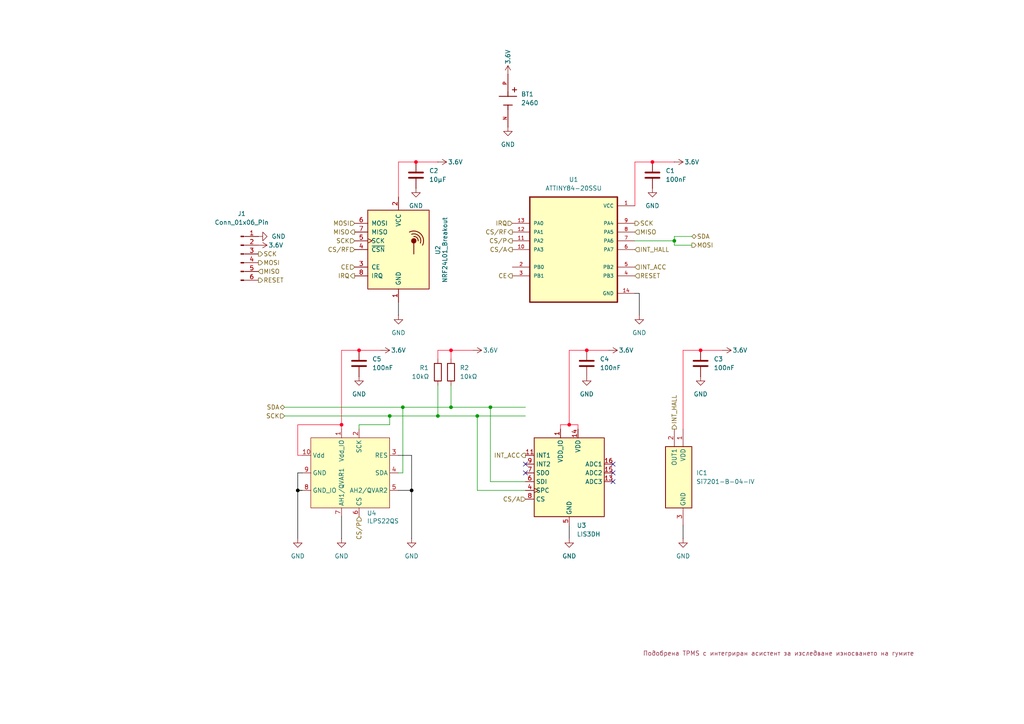
<source format=kicad_sch>
(kicad_sch (version 20231120) (generator "eeschema") (generator_version "8.0")
  (paper "A4")
  (lib_symbols
    (symbol "2460:2460" (pin_names (offset 1.016))
      (property "Reference" "BT" (at -3.81 3.81 0))
      (property "Value" "2460" (at -3.81 -5.08 0))
      (symbol "2460_0_0"
        (polyline (pts (xy -3.81 1.905) (xy -2.54 1.905)) (stroke (width 0.254)))
        (polyline (pts (xy -3.175 2.54) (xy -3.175 1.27)) (stroke (width 0.254)))
        (polyline (pts (xy -1.27 0) (xy -2.54 0)) (stroke (width 0.254)))
        (polyline (pts (xy -1.27 0) (xy -1.27 -2.54)) (stroke (width 0.254)))
        (polyline (pts (xy -1.27 2.54) (xy -1.27 0)) (stroke (width 0.254)))
        (polyline (pts (xy 1.27 0) (xy 1.27 -1.27)) (stroke (width 0.254)))
        (polyline (pts (xy 1.27 0) (xy 2.54 0)) (stroke (width 0.254)))
        (polyline (pts (xy 1.27 1.27) (xy 1.27 0)) (stroke (width 0.254)))
        (pin passive line (at 7.62 0 180) (length 5.08) (name "~") (number "N"))
        (pin passive line (at -7.62 0 0) (length 5.08) (name "~") (number "P"))
      )
    )
    (symbol "ATTINY84-20SSU:ATTINY84-20SSU" (pin_names (offset 1.016))
      (property "Reference" "U" (at -12.7 16.24 0))
      (property "Value" "ATTINY84-20SSU" (at -12.7 -19.24 0))
      (symbol "ATTINY84-20SSU_0_0"
        (rectangle (start -12.7 -15.24) (end 12.7 15.24) (stroke (width 0.41)) (fill (type background)))
        (pin power_in line (at 17.78 12.7 180) (length 5.08) (name "VCC") (number "1"))
        (pin bidirectional line (at -17.78 0 0) (length 5.08) (name "PA3") (number "10"))
        (pin bidirectional line (at -17.78 2.54 0) (length 5.08) (name "PA2") (number "11"))
        (pin bidirectional line (at -17.78 5.08 0) (length 5.08) (name "PA1") (number "12"))
        (pin bidirectional line (at -17.78 7.62 0) (length 5.08) (name "PA0") (number "13"))
        (pin power_in line (at 17.78 -12.7 180) (length 5.08) (name "GND") (number "14"))
        (pin bidirectional line (at -17.78 -5.08 0) (length 5.08) (name "PB0") (number "2"))
        (pin bidirectional line (at -17.78 -7.62 0) (length 5.08) (name "PB1") (number "3"))
        (pin bidirectional line (at 17.78 -7.62 180) (length 5.08) (name "PB3") (number "4"))
        (pin bidirectional line (at 17.78 -5.08 180) (length 5.08) (name "PB2") (number "5"))
        (pin bidirectional line (at 17.78 0 180) (length 5.08) (name "PA7") (number "6"))
        (pin bidirectional line (at 17.78 2.54 180) (length 5.08) (name "PA6") (number "7"))
        (pin bidirectional line (at 17.78 5.08 180) (length 5.08) (name "PA5") (number "8"))
        (pin bidirectional line (at 17.78 7.62 180) (length 5.08) (name "PA4") (number "9"))
      )
    )
    (symbol "Connector:Conn_01x06_Pin" (pin_names (offset 1.016) hide)
      (property "Reference" "J" (at 0 7.62 0))
      (property "Value" "Conn_01x06_Pin" (at 0 -10.16 0))
      (symbol "Conn_01x06_Pin_1_1"
        (polyline (pts (xy 1.27 -7.62) (xy 0.8636 -7.62)) (stroke (width 0.1524)))
        (polyline (pts (xy 1.27 -5.08) (xy 0.8636 -5.08)) (stroke (width 0.1524)))
        (polyline (pts (xy 1.27 -2.54) (xy 0.8636 -2.54)) (stroke (width 0.1524)))
        (polyline (pts (xy 1.27 0) (xy 0.8636 0)) (stroke (width 0.1524)))
        (polyline (pts (xy 1.27 2.54) (xy 0.8636 2.54)) (stroke (width 0.1524)))
        (polyline (pts (xy 1.27 5.08) (xy 0.8636 5.08)) (stroke (width 0.1524)))
        (rectangle (start 0.8636 -7.493) (end 0 -7.747) (stroke (width 0.1524)) (fill (type outline)))
        (rectangle (start 0.8636 -4.953) (end 0 -5.207) (stroke (width 0.1524)) (fill (type outline)))
        (rectangle (start 0.8636 -2.413) (end 0 -2.667) (stroke (width 0.1524)) (fill (type outline)))
        (rectangle (start 0.8636 0.127) (end 0 -0.127) (stroke (width 0.1524)) (fill (type outline)))
        (rectangle (start 0.8636 2.667) (end 0 2.413) (stroke (width 0.1524)) (fill (type outline)))
        (rectangle (start 0.8636 5.207) (end 0 4.953) (stroke (width 0.1524)) (fill (type outline)))
        (pin passive line (at 5.08 5.08 180) (length 3.81) (name "Pin_1") (number "1"))
        (pin passive line (at 5.08 2.54 180) (length 3.81) (name "Pin_2") (number "2"))
        (pin passive line (at 5.08 0 180) (length 3.81) (name "Pin_3") (number "3"))
        (pin passive line (at 5.08 -2.54 180) (length 3.81) (name "Pin_4") (number "4"))
        (pin passive line (at 5.08 -5.08 180) (length 3.81) (name "Pin_5") (number "5"))
        (pin passive line (at 5.08 -7.62 180) (length 3.81) (name "Pin_6") (number "6"))
      )
    )
    (symbol "Device:C" (pin_numbers hide) (pin_names (offset 0.254))
      (property "Reference" "C" (at 0.635 2.54 0))
      (property "Value" "C" (at 0.635 -2.54 0))
      (symbol "C_0_1"
        (polyline (pts (xy -2.032 -0.762) (xy 2.032 -0.762)) (stroke (width 0.508)))
        (polyline (pts (xy -2.032 0.762) (xy 2.032 0.762)) (stroke (width 0.508)))
      )
      (symbol "C_1_1"
        (pin passive line (at 0 3.81 270) (length 2.794) (name "~") (number "1"))
        (pin passive line (at 0 -3.81 90) (length 2.794) (name "~") (number "2"))
      )
    )
    (symbol "Device:R" (pin_numbers hide) (pin_names (offset 0))
      (property "Reference" "R" (at 2.032 0 90))
      (property "Value" "R" (at 0 0 90))
      (symbol "R_0_1"
        (rectangle (start -1.016 -2.54) (end 1.016 2.54) (stroke (width 0.254)))
      )
      (symbol "R_1_1"
        (pin passive line (at 0 3.81 270) (length 1.27) (name "~") (number "1"))
        (pin passive line (at 0 -3.81 90) (length 1.27) (name "~") (number "2"))
      )
    )
    (symbol "ILPS22QS:_ILPS22QS"
      (property "Reference" "U" (at 0 5.334 0))
      (symbol "_ILPS22QS_1_1"
        (rectangle (start -11.43 0) (end 11.43 -20.32) (fill (type background)))
        (pin power_in line (at -2.54 2.54 270) (length 2.54) (name "Vdd_IO") (number "1"))
        (pin power_in line (at -13.97 -5.08 0) (length 2.54) (name "Vdd") (number "10"))
        (pin input line (at 2.54 2.54 270) (length 2.54) (name "SCK") (number "2"))
        (pin unspecified line (at 13.97 -5.08 180) (length 2.54) (name "RES") (number "3"))
        (pin bidirectional line (at 13.97 -10.16 180) (length 2.54) (name "SDA") (number "4"))
        (pin unspecified line (at 13.97 -15.24 180) (length 2.54) (name "AH2/QVAR2") (number "5"))
        (pin input line (at 2.54 -22.86 90) (length 2.54) (name "CS") (number "6"))
        (pin input line (at -2.54 -22.86 90) (length 2.54) (name "AH1/QVAR1") (number "7"))
        (pin power_in line (at -13.97 -15.24 0) (length 2.54) (name "GND_IO") (number "8"))
        (pin power_in line (at -13.97 -10.16 0) (length 2.54) (name "GND") (number "9"))
      )
    )
    (symbol "RF:NRF24L01_Breakout" (pin_names (offset 1.016))
      (property "Reference" "U" (at -8.89 12.7 0))
      (property "Value" "NRF24L01_Breakout" (at 3.81 12.7 0))
      (symbol "NRF24L01_Breakout_0_1"
        (rectangle (start -8.89 11.43) (end 8.89 -11.43) (stroke (width 0.254)) (fill (type background)))
        (polyline (pts (xy 4.445 1.905) (xy 4.445 -1.27)) (stroke (width 0.254)))
        (circle (center 4.445 2.54) (radius 0.635) (stroke (width 0.254)) (fill (type outline)))
        (arc (start 5.715 2.54) (mid 5.3521 3.4546) (end 4.445 3.81) (stroke (width 0.254)))
        (arc (start 6.35 1.905) (mid 5.8763 3.9854) (end 3.81 4.445) (stroke (width 0.254)))
        (arc (start 6.985 1.27) (mid 6.453 4.548) (end 3.175 5.08) (stroke (width 0.254)))
      )
      (symbol "NRF24L01_Breakout_1_1"
        (pin power_in line (at 0 -15.24 90) (length 3.81) (name "GND") (number "1"))
        (pin power_in line (at 0 15.24 270) (length 3.81) (name "VCC") (number "2"))
        (pin input line (at -12.7 -5.08 0) (length 3.81) (name "CE") (number "3"))
        (pin input line (at -12.7 0 0) (length 3.81) (name "~{CSN}") (number "4"))
        (pin input clock (at -12.7 2.54 0) (length 3.81) (name "SCK") (number "5"))
        (pin input line (at -12.7 7.62 0) (length 3.81) (name "MOSI") (number "6"))
        (pin output line (at -12.7 5.08 0) (length 3.81) (name "MISO") (number "7"))
        (pin output line (at -12.7 -7.62 0) (length 3.81) (name "IRQ") (number "8"))
      )
    )
    (symbol "Sensor_Motion:LIS3DH"
      (property "Reference" "U" (at -7.62 11.43 0))
      (property "Value" "LIS3DH" (at 6.35 11.43 0))
      (symbol "LIS3DH_0_1"
        (rectangle (start -10.16 10.16) (end 10.16 -12.7) (stroke (width 0.254)) (fill (type background)))
      )
      (symbol "LIS3DH_1_1"
        (pin power_in line (at -2.54 12.7 270) (length 2.54) (name "VDD_IO") (number "1"))
        (pin passive line (at 0 -15.24 90) (length 2.54) hide (name "GND") (number "10"))
        (pin output line (at -12.7 5.08 0) (length 2.54) (name "INT1") (number "11"))
        (pin passive line (at 0 -15.24 90) (length 2.54) hide (name "GND") (number "12"))
        (pin input line (at 12.7 -2.54 180) (length 2.54) (name "ADC3") (number "13"))
        (pin power_in line (at 2.54 12.7 270) (length 2.54) (name "VDD") (number "14"))
        (pin input line (at 12.7 0 180) (length 2.54) (name "ADC2") (number "15"))
        (pin input line (at 12.7 2.54 180) (length 2.54) (name "ADC1") (number "16"))
        (pin no_connect line (at 10.16 5.08 180) (length 2.54) hide (name "NC") (number "2"))
        (pin no_connect line (at 10.16 7.62 180) (length 2.54) hide (name "NC") (number "3"))
        (pin input clock (at -12.7 -5.08 0) (length 2.54) (name "SPC") (number "4"))
        (pin power_in line (at 0 -15.24 90) (length 2.54) (name "GND") (number "5"))
        (pin input line (at -12.7 -2.54 0) (length 2.54) (name "SDI") (number "6"))
        (pin output line (at -12.7 0 0) (length 2.54) (name "SDO") (number "7"))
        (pin input line (at -12.7 -7.62 0) (length 2.54) (name "CS") (number "8"))
        (pin output line (at -12.7 2.54 0) (length 2.54) (name "INT2") (number "9"))
      )
    )
    (symbol "Si7201-B-04-IV:Si7201-B-06-IV"
      (property "Reference" "IC" (at 24.13 7.62 0))
      (property "Value" "Si7201-B-06-IV" (at 24.13 5.08 0))
      (symbol "Si7201-B-06-IV_1_1"
        (rectangle (start 5.08 2.54) (end 22.86 -5.08) (stroke (width 0.254)) (fill (type background)))
        (pin passive line (at 0 0 0) (length 5.08) (name "VDD") (number "1"))
        (pin passive line (at 0 -2.54 0) (length 5.08) (name "OUT1") (number "2"))
        (pin passive line (at 27.94 0 180) (length 5.08) (name "GND") (number "3"))
      )
    )
    (symbol "power:GND" (power) (pin_numbers hide) (pin_names (offset 0) hide)
      (property "Value" "GND" (at 0 -3.81 0))
      (symbol "GND_0_1"
        (polyline (pts (xy 0 0) (xy 0 -1.27) (xy 1.27 -1.27) (xy 0 -2.54) (xy -1.27 -1.27) (xy 0 -1.27)))
      )
      (symbol "GND_1_1"
        (pin power_in line (at 0 0 270) (length 0) (name "~") (number "1"))
      )
    )
    (symbol "power:VCC" (power) (pin_numbers hide) (pin_names (offset 0) hide)
      (property "Value" "VCC" (at 0 3.556 0))
      (symbol "VCC_0_1"
        (polyline (pts (xy -0.762 1.27) (xy 0 2.54)))
        (polyline (pts (xy 0 0) (xy 0 2.54)))
        (polyline (pts (xy 0 2.54) (xy 0.762 1.27)))
      )
      (symbol "VCC_1_1"
        (pin power_in line (at 0 0 90) (length 0) (name "~") (number "1"))
      )
    )
  )
  (junction (at 127 120.65))
  (junction (at 189.23 46.99) (color 255 0 34 1))
  (junction (at 116.84 118.11))
  (junction (at 99.06 123.19) (color 255 0 34 1))
  (junction (at 120.65 46.99) (color 255 0 34 1))
  (junction (at 130.81 101.6) (color 255 0 34 1))
  (junction (at 170.18 101.6) (color 255 0 34 1))
  (junction (at 86.36 142.24) (color 0 0 0 1))
  (junction (at 138.43 120.65))
  (junction (at 203.2 101.6) (color 255 0 34 1))
  (junction (at 119.38 142.24) (color 0 0 0 1))
  (junction (at 130.81 118.11))
  (junction (at 195.58 69.85))
  (junction (at 142.24 118.11))
  (junction (at 104.14 101.6) (color 255 0 34 1))
  (junction (at 165.1 123.19) (color 255 0 34 1))
  (junction (at 113.03 120.65))
  (no_connect (at 177.8 139.7))
  (no_connect (at 152.4 134.62))
  (no_connect (at 177.8 134.62))
  (no_connect (at 177.8 137.16))
  (no_connect (at 152.4 137.16))
  (wire (pts (xy 86.36 142.24) (xy 87.63 142.24)) (stroke (width 0) (color 0 0 0 1)))
  (wire (pts (xy 165.1 123.19) (xy 167.64 123.19)) (stroke (width 0) (color 255 0 34 1)))
  (wire (pts (xy 116.84 118.11) (xy 116.84 137.16)))
  (wire (pts (xy 115.57 137.16) (xy 116.84 137.16)))
  (wire (pts (xy 185.42 85.09) (xy 185.42 91.44)) (stroke (width 0) (color 0 0 0 1)))
  (wire (pts (xy 195.58 68.58) (xy 195.58 69.85)))
  (wire (pts (xy 119.38 142.24) (xy 119.38 156.21)) (stroke (width 0) (color 0 0 0 1)))
  (wire (pts (xy 86.36 137.16) (xy 86.36 142.24)) (stroke (width 0) (color 0 0 0 1)))
  (wire (pts (xy 142.24 118.11) (xy 152.4 118.11)))
  (wire (pts (xy 82.55 118.11) (xy 116.84 118.11)))
  (wire (pts (xy 184.15 46.99) (xy 184.15 59.69)) (stroke (width 0) (color 255 0 34 1)))
  (wire (pts (xy 115.57 46.99) (xy 120.65 46.99)) (stroke (width 0) (color 255 0 34 1)))
  (wire (pts (xy 82.55 120.65) (xy 113.03 120.65)))
  (wire (pts (xy 165.1 123.19) (xy 162.56 123.19)) (stroke (width 0) (color 255 0 34 1)))
  (wire (pts (xy 195.58 68.58) (xy 200.66 68.58)))
  (wire (pts (xy 127 101.6) (xy 127 104.14)) (stroke (width 0) (color 255 0 34 1)))
  (wire (pts (xy 203.2 101.6) (xy 209.55 101.6)) (stroke (width 0) (color 255 0 34 1)))
  (wire (pts (xy 142.24 139.7) (xy 142.24 118.11)))
  (wire (pts (xy 165.1 101.6) (xy 170.18 101.6)) (stroke (width 0) (color 255 0 34 1)))
  (wire (pts (xy 138.43 142.24) (xy 138.43 120.65)))
  (wire (pts (xy 113.03 120.65) (xy 127 120.65)))
  (wire (pts (xy 198.12 152.4) (xy 198.12 156.21)) (stroke (width 0) (color 0 0 0 1)))
  (wire (pts (xy 195.58 71.12) (xy 195.58 69.85)))
  (wire (pts (xy 130.81 118.11) (xy 142.24 118.11)))
  (wire (pts (xy 130.81 101.6) (xy 130.81 104.14)) (stroke (width 0) (color 255 0 34 1)))
  (wire (pts (xy 167.64 123.19) (xy 167.64 124.46)) (stroke (width 0) (color 255 0 34 1)))
  (wire (pts (xy 115.57 87.63) (xy 115.57 91.44)) (stroke (width 0) (color 0 0 0 1)))
  (wire (pts (xy 86.36 137.16) (xy 87.63 137.16)) (stroke (width 0) (color 0 0 0 1)))
  (wire (pts (xy 138.43 142.24) (xy 152.4 142.24)))
  (wire (pts (xy 99.06 149.86) (xy 99.06 156.21)) (stroke (width 0) (color 0 0 0 1)))
  (wire (pts (xy 189.23 46.99) (xy 195.58 46.99)) (stroke (width 0) (color 255 0 34 1)))
  (wire (pts (xy 185.42 85.09) (xy 184.15 85.09)) (stroke (width 0) (color 0 0 0 1)))
  (wire (pts (xy 142.24 139.7) (xy 152.4 139.7)))
  (wire (pts (xy 127 101.6) (xy 130.81 101.6)) (stroke (width 0) (color 255 0 34 1)))
  (wire (pts (xy 86.36 123.19) (xy 86.36 132.08)) (stroke (width 0) (color 255 0 34 1)))
  (wire (pts (xy 130.81 111.76) (xy 130.81 118.11)))
  (wire (pts (xy 115.57 46.99) (xy 115.57 57.15)) (stroke (width 0) (color 255 0 34 1)))
  (wire (pts (xy 198.12 101.6) (xy 198.12 124.46)) (stroke (width 0) (color 255 0 34 1)))
  (wire (pts (xy 116.84 118.11) (xy 130.81 118.11)))
  (wire (pts (xy 113.03 120.65) (xy 113.03 123.19)))
  (wire (pts (xy 165.1 152.4) (xy 165.1 156.21)) (stroke (width 0) (color 0 0 0 1)))
  (wire (pts (xy 86.36 142.24) (xy 86.36 156.21)) (stroke (width 0) (color 0 0 0 1)))
  (wire (pts (xy 198.12 101.6) (xy 203.2 101.6)) (stroke (width 0) (color 255 0 34 1)))
  (wire (pts (xy 138.43 120.65) (xy 152.4 120.65)))
  (wire (pts (xy 162.56 123.19) (xy 162.56 124.46)) (stroke (width 0) (color 255 0 34 1)))
  (wire (pts (xy 99.06 123.19) (xy 86.36 123.19)) (stroke (width 0) (color 255 0 34 1)))
  (wire (pts (xy 119.38 142.24) (xy 119.38 132.08)) (stroke (width 0) (color 0 0 0 1)))
  (wire (pts (xy 115.57 142.24) (xy 119.38 142.24)) (stroke (width 0) (color 0 0 0 1)))
  (wire (pts (xy 104.14 101.6) (xy 110.49 101.6)) (stroke (width 0) (color 255 0 34 1)))
  (wire (pts (xy 184.15 69.85) (xy 195.58 69.85)))
  (wire (pts (xy 120.65 46.99) (xy 127 46.99)) (stroke (width 0) (color 255 0 34 1)))
  (wire (pts (xy 165.1 101.6) (xy 165.1 123.19)) (stroke (width 0) (color 255 0 34 1)))
  (wire (pts (xy 104.14 123.19) (xy 104.14 124.46)))
  (wire (pts (xy 170.18 101.6) (xy 176.53 101.6)) (stroke (width 0) (color 255 0 34 1)))
  (wire (pts (xy 200.66 71.12) (xy 195.58 71.12)))
  (wire (pts (xy 130.81 101.6) (xy 137.16 101.6)) (stroke (width 0) (color 255 0 34 1)))
  (wire (pts (xy 99.06 101.6) (xy 104.14 101.6)) (stroke (width 0) (color 255 0 34 1)))
  (wire (pts (xy 99.06 123.19) (xy 99.06 124.46)) (stroke (width 0) (color 255 0 34 1)))
  (wire (pts (xy 127 111.76) (xy 127 120.65)))
  (wire (pts (xy 119.38 132.08) (xy 115.57 132.08)) (stroke (width 0) (color 0 0 0 1)))
  (wire (pts (xy 86.36 142.24) (xy 87.63 142.24)))
  (wire (pts (xy 104.14 123.19) (xy 113.03 123.19)))
  (wire (pts (xy 86.36 132.08) (xy 87.63 132.08)) (stroke (width 0) (color 255 0 34 1)))
  (wire (pts (xy 99.06 101.6) (xy 99.06 123.19)) (stroke (width 0) (color 255 0 34 1)))
  (wire (pts (xy 127 120.65) (xy 138.43 120.65)))
  (wire (pts (xy 184.15 46.99) (xy 189.23 46.99)) (stroke (width 0) (color 255 0 34 1)))
  (text "Подобрена TPMS с интегриран асистент за изследване износването на гумите" (at 225.806 189.738 0) (effects (font (size 1.27 1.27))))
  (hierarchical_label "RESET" (shape input) (at 184.15 80.01 0))
  (hierarchical_label "INT_HALL" (shape output) (at 195.58 124.46 90))
  (hierarchical_label "INT_ACC" (shape input) (at 184.15 77.47 0))
  (hierarchical_label "MOSI" (shape input) (at 102.87 64.77 180))
  (hierarchical_label "SDA" (shape bidirectional) (at 82.55 118.11 180))
  (hierarchical_label "CS{slash}RF" (shape input) (at 102.87 72.39 180))
  (hierarchical_label "CS{slash}P" (shape output) (at 148.59 69.85 180))
  (hierarchical_label "IRQ" (shape input) (at 148.59 64.77 180))
  (hierarchical_label "CS{slash}RF" (shape output) (at 148.59 67.31 180))
  (hierarchical_label "SCK" (shape output) (at 184.15 64.77 0))
  (hierarchical_label "CE" (shape output) (at 148.59 80.01 180))
  (hierarchical_label "CE" (shape input) (at 102.87 77.47 180))
  (hierarchical_label "INT_HALL" (shape input) (at 184.15 72.39 0))
  (hierarchical_label "SCK" (shape input) (at 82.55 120.65 180))
  (hierarchical_label "MOSI" (shape output) (at 74.93 76.2 0))
  (hierarchical_label "SCK" (shape output) (at 74.93 73.66 0))
  (hierarchical_label "RESET" (shape output) (at 74.93 81.28 0))
  (hierarchical_label "CS{slash}A" (shape input) (at 152.4 144.78 180))
  (hierarchical_label "MOSI" (shape output) (at 200.66 71.12 0))
  (hierarchical_label "INT_ACC" (shape output) (at 152.4 132.08 180))
  (hierarchical_label "MISO" (shape input) (at 184.15 67.31 0))
  (hierarchical_label "MISO" (shape input) (at 74.93 78.74 0))
  (hierarchical_label "MISO" (shape output) (at 102.87 67.31 180))
  (hierarchical_label "SDA" (shape bidirectional) (at 200.66 68.58 0))
  (hierarchical_label "CS{slash}P" (shape input) (at 104.14 149.86 270))
  (hierarchical_label "SCK" (shape input) (at 102.87 69.85 180))
  (hierarchical_label "IRQ" (shape output) (at 102.87 80.01 180))
  (hierarchical_label "CS{slash}A" (shape output) (at 148.59 72.39 180))
  (symbol (lib_id "Device:C") (at 120.65 50.8 180) (unit 1)
    (property "Reference" "C2" (at 124.46 49.5299 0) (effects (justify right)))
    (property "Value" "10µF" (at 124.46 52.0699 0) (effects (justify right)))
    (property "Footprint" "Capacitor_SMD:C_0805_2012Metric_Pad1.18x1.45mm_HandSolder" (effects (hide yes)))
    (property "Description" "Unpolarized capacitor" (effects (hide yes)))
  )
  (symbol (lib_id "power:VCC") (at 176.53 101.6 270) (unit 1)
    (property "Reference" "#PWR011" (effects (hide yes)))
    (property "Value" "3.6V" (at 181.61 101.6 90))
    (property "Description" "Power symbol creates a global label with name \"VCC\"" (effects (hide yes)))
  )
  (symbol (lib_id "power:GND") (at 99.06 156.21 0) (unit 1)
    (property "Reference" "#PWR021" (effects (hide yes)))
    (property "Value" "GND" (at 99.06 161.29 0))
    (property "Description" "Power symbol creates a global label with name \"GND\" , ground" (effects (hide yes)))
  )
  (symbol (lib_id "RF:NRF24L01_Breakout") (at 115.57 72.39 0) (unit 1)
    (property "Reference" "U2" (at 127 73.914 90) (effects (justify left)))
    (property "Value" "NRF24L01_Breakout" (at 129.032 82.042 90) (effects (justify left)))
    (property "Footprint" "RF_Module:nRF24L01_Breakout" (effects (hide yes)))
    (property "Datasheet" "http://www.nordicsemi.com/eng/content/download/2730/34105/file/nRF24L01_Product_Specification_v2_0.pdf" (effects (hide yes)))
    (property "Description" "Ultra low power 2.4GHz RF Transceiver, Carrier PCB" (effects (hide yes)))
  )
  (symbol (lib_id "power:GND") (at 165.1 156.21 0) (unit 1)
    (property "Reference" "#PWR012" (effects (hide yes)))
    (property "Value" "GND" (at 165.1 161.29 0))
    (property "Description" "Power symbol creates a global label with name \"GND\" , ground" (effects (hide yes)))
  )
  (symbol (lib_id "Device:C") (at 170.18 105.41 180) (unit 1)
    (property "Reference" "C4" (at 173.99 104.1399 0) (effects (justify right)))
    (property "Value" "100nF" (at 173.99 106.6799 0) (effects (justify right)))
    (property "Footprint" "Capacitor_SMD:C_0805_2012Metric_Pad1.18x1.45mm_HandSolder" (effects (hide yes)))
    (property "Description" "Unpolarized capacitor" (effects (hide yes)))
  )
  (symbol (lib_id "power:GND") (at 203.2 109.22 0) (unit 1)
    (property "Reference" "#PWR013" (effects (hide yes)))
    (property "Value" "GND" (at 203.2 114.3 0))
    (property "Description" "Power symbol creates a global label with name \"GND\" , ground" (effects (hide yes)))
  )
  (symbol (lib_id "Device:C") (at 104.14 105.41 180) (unit 1)
    (property "Reference" "C5" (at 107.95 104.1399 0) (effects (justify right)))
    (property "Value" "100nF" (at 107.95 106.6799 0) (effects (justify right)))
    (property "Footprint" "Capacitor_SMD:C_0805_2012Metric_Pad1.18x1.45mm_HandSolder" (effects (hide yes)))
    (property "Description" "Unpolarized capacitor" (effects (hide yes)))
  )
  (symbol (lib_id "Sensor_Motion:LIS3DH") (at 165.1 137.16 0) (unit 1)
    (property "Reference" "U3" (at 167.2941 152.4 0) (effects (justify left)))
    (property "Value" "LIS3DH" (at 167.2941 154.94 0) (effects (justify left)))
    (property "Footprint" "Package_LGA:LGA-16_3x3mm_P0.5mm_LayoutBorder3x5y" (effects (hide yes)))
    (property "Datasheet" "https://www.st.com/resource/en/datasheet/cd00274221.pdf" (effects (hide yes)))
    (property "Description" "3-Axis Accelerometer, 2/4/8/16g range, I2C/SPI interface, LGA-16" (effects (hide yes)))
  )
  (symbol (lib_id "power:VCC") (at 209.55 101.6 270) (unit 1)
    (property "Reference" "#PWR014" (effects (hide yes)))
    (property "Value" "3.6V" (at 214.63 101.6 90))
    (property "Description" "Power symbol creates a global label with name \"VCC\"" (effects (hide yes)))
  )
  (symbol (lib_id "Device:R") (at 130.81 107.95 0) (unit 1)
    (property "Reference" "R2" (at 133.35 106.6799 0) (effects (justify left)))
    (property "Value" "10kΩ" (at 133.35 109.2199 0) (effects (justify left)))
    (property "Footprint" "Resistor_SMD:R_0805_2012Metric_Pad1.20x1.40mm_HandSolder" (effects (hide yes)))
    (property "Description" "Resistor" (effects (hide yes)))
  )
  (symbol (lib_id "power:GND") (at 120.65 54.61 0) (unit 1)
    (property "Reference" "#PWR06" (effects (hide yes)))
    (property "Value" "GND" (at 120.65 59.69 0))
    (property "Description" "Power symbol creates a global label with name \"GND\" , ground" (effects (hide yes)))
  )
  (symbol (lib_id "power:VCC") (at 127 46.99 270) (unit 1)
    (property "Reference" "#PWR02" (effects (hide yes)))
    (property "Value" "3.6V" (at 132.08 46.99 90))
    (property "Description" "Power symbol creates a global label with name \"VCC\"" (effects (hide yes)))
  )
  (symbol (lib_id "power:VCC") (at 74.93 71.12 270) (unit 1)
    (property "Reference" "#PWR017" (effects (hide yes)))
    (property "Value" "3.6V" (at 80.01 71.12 90))
    (property "Description" "Power symbol creates a global label with name \"VCC\"" (effects (hide yes)))
  )
  (symbol (lib_id "power:GND") (at 115.57 91.44 0) (unit 1)
    (property "Reference" "#PWR01" (effects (hide yes)))
    (property "Value" "GND" (at 115.57 96.52 0))
    (property "Description" "Power symbol creates a global label with name \"GND\" , ground" (effects (hide yes)))
  )
  (symbol (lib_id "power:VCC") (at 110.49 101.6 270) (unit 1)
    (property "Reference" "#PWR09" (effects (hide yes)))
    (property "Value" "3.6V" (at 115.57 101.6 90))
    (property "Description" "Power symbol creates a global label with name \"VCC\"" (effects (hide yes)))
  )
  (symbol (lib_id "power:GND") (at 198.12 156.21 0) (unit 1)
    (property "Reference" "#PWR015" (effects (hide yes)))
    (property "Value" "GND" (at 198.12 161.29 0))
    (property "Description" "Power symbol creates a global label with name \"GND\" , ground" (effects (hide yes)))
  )
  (symbol (lib_id "power:GND") (at 74.93 68.58 90) (unit 1)
    (property "Reference" "#PWR08" (effects (hide yes)))
    (property "Value" "GND" (at 78.74 68.5799 90) (effects (justify right)))
    (property "Description" "Power symbol creates a global label with name \"GND\" , ground" (effects (hide yes)))
  )
  (symbol (lib_id "power:GND") (at 119.38 156.21 0) (unit 1)
    (property "Reference" "#PWR020" (effects (hide yes)))
    (property "Value" "GND" (at 119.38 161.29 0))
    (property "Description" "Power symbol creates a global label with name \"GND\" , ground" (effects (hide yes)))
  )
  (symbol (lib_id "ILPS22QS:_ILPS22QS") (at 101.6 127 0) (unit 1)
    (property "Reference" "U4" (at 106.426 148.844 0) (effects (justify left)))
    (property "Value" "ILPS22QS" (at 106.426 151.13 0) (effects (justify left)))
    (property "Footprint" "ILPS22QSTR:ILPS22QSTR" (effects (hide yes)))
  )
  (symbol (lib_id "Device:C") (at 203.2 105.41 180) (unit 1)
    (property "Reference" "C3" (at 207.01 104.1399 0) (effects (justify right)))
    (property "Value" "100nF" (at 207.01 106.6799 0) (effects (justify right)))
    (property "Footprint" "Capacitor_SMD:C_0805_2012Metric_Pad1.18x1.45mm_HandSolder" (effects (hide yes)))
    (property "Description" "Unpolarized capacitor" (effects (hide yes)))
  )
  (symbol (lib_id "Si7201-B-04-IV:Si7201-B-06-IV") (at 198.12 124.46 270) (unit 1)
    (property "Reference" "IC1" (at 201.93 137.1599 90) (effects (justify left)))
    (property "Value" "Si7201-B-04-IV" (at 201.93 139.6999 90) (effects (justify left)))
    (property "Footprint" "SOT95P275X125-3N" (effects (hide yes)))
    (property "Description" "SILICON LABS - SI7201-B-06-IV - Hall Effect Switch, Omnipolar Switch, 0.002 T, 0.0006 T, 1.7 V, 5.5 V, SOT-23" (effects (hide yes)))
    (property "Height" "1.25" (effects (hide yes)))
    (property "Mouser Part Number" "634-SI7201-B-06-IV" (effects (hide yes)))
    (property "Mouser Price/Stock" "https://www.mouser.co.uk/ProductDetail/Silicon-Labs/SI7201-B-06-IV?qs=gt1LBUVyoHkR4r7JRGsAZg%3D%3D" (effects (hide yes)))
    (property "Manufacturer_Name" "Silicon Labs" (effects (hide yes)))
    (property "Manufacturer_Part_Number" "Si7201-B-06-IV" (effects (hide yes)))
  )
  (symbol (lib_id "Device:C") (at 189.23 50.8 180) (unit 1)
    (property "Reference" "C1" (at 193.04 49.5299 0) (effects (justify right)))
    (property "Value" "100nF" (at 193.04 52.0699 0) (effects (justify right)))
    (property "Footprint" "Capacitor_SMD:C_0805_2012Metric_Pad1.18x1.45mm_HandSolder" (effects (hide yes)))
    (property "Description" "Unpolarized capacitor" (effects (hide yes)))
  )
  (symbol (lib_id "ATTINY84-20SSU:ATTINY84-20SSU") (at 166.37 72.39 0) (unit 1)
    (property "Reference" "U1" (at 166.37 52.07 0))
    (property "Value" "ATTINY84-20SSU" (at 166.37 54.61 0))
    (property "Footprint" "ATTINY84-20SSU:SOIC127P600X175-14N" (effects (hide yes)))
    (property "MF" "Microchip Technology" (effects (hide yes)))
    (property "Description_1" "\nAVR AVR® ATtiny Microcontroller IC 8-Bit 20MHz 8KB (4K x 16) FLASH 14-SOIC\n" (effects (hide yes)))
    (property "Package" "SO-14 Microchip" (effects (hide yes)))
    (property "Price" "None" (effects (hide yes)))
    (property "SnapEDA_Link" "https://www.snapeda.com/parts/ATTINY84-20SSU/Microchip/view-part/?ref=snap" (effects (hide yes)))
    (property "MP" "ATTINY84-20SSU" (effects (hide yes)))
    (property "Purchase-URL" "https://www.snapeda.com/api/url_track_click_mouser/?unipart_id=6199098&manufacturer=Microchip Technology&part_name=ATTINY84-20SSU&search_term= attiny84-20ssu" (effects (hide yes)))
    (property "Availability" "In Stock" (effects (hide yes)))
    (property "Check_prices" "https://www.snapeda.com/parts/ATTINY84-20SSU/Microchip/view-part/?ref=eda" (effects (hide yes)))
  )
  (symbol (lib_id "2460:2460") (at 147.32 29.21 270) (unit 1)
    (property "Reference" "BT1" (at 151.13 27.3049 90) (effects (justify left)))
    (property "Value" "2460" (at 151.13 29.8449 90) (effects (justify left)))
    (property "Footprint" "2460:BAT_2460" (effects (hide yes)))
    (property "MF" "Keystone Electronics Corp." (effects (hide yes)))
    (property "MAXIMUM_PACKAGE_HEIGHT" "14.14mm" (effects (hide yes)))
    (property "Package" "None" (effects (hide yes)))
    (property "Price" "None" (effects (hide yes)))
    (property "Check_prices" "https://www.snapeda.com/parts/2460/Keystone+Electronics/view-part/?ref=eda" (effects (hide yes)))
    (property "STANDARD" "Manufacturer Recommendations" (effects (hide yes)))
    (property "PARTREV" "B" (effects (hide yes)))
    (property "SnapEDA_Link" "https://www.snapeda.com/parts/2460/Keystone+Electronics/view-part/?ref=snap" (effects (hide yes)))
    (property "MP" "2460" (effects (hide yes)))
    (property "Purchase-URL" "https://www.snapeda.com/api/url_track_click_mouser/?unipart_id=4873363&manufacturer=Keystone Electronics Corp.&part_name=2460&search_term=keystone 2460" (effects (hide yes)))
    (property "Description_1" "\nBattery Holder, AA, Polypropylene, PC Mount, 1, Spring, PC Lug | Keystone Electronics 2460\n" (effects (hide yes)))
    (property "MANUFACTURER" "Keystone" (effects (hide yes)))
    (property "Availability" "In Stock" (effects (hide yes)))
    (property "SNAPEDA_PN" "2460" (effects (hide yes)))
  )
  (symbol (lib_id "Device:R") (at 127 107.95 0) (unit 1)
    (property "Reference" "R1" (at 121.666 106.68 0) (effects (justify left)))
    (property "Value" "10kΩ" (at 119.38 109.22 0) (effects (justify left)))
    (property "Footprint" "Resistor_SMD:R_0805_2012Metric_Pad1.20x1.40mm_HandSolder" (effects (hide yes)))
    (property "Description" "Resistor" (effects (hide yes)))
  )
  (symbol (lib_id "power:GND") (at 104.14 109.22 0) (unit 1)
    (property "Reference" "#PWR016" (effects (hide yes)))
    (property "Value" "GND" (at 104.14 114.3 0))
    (property "Description" "Power symbol creates a global label with name \"GND\" , ground" (effects (hide yes)))
  )
  (symbol (lib_id "power:VCC") (at 147.32 21.59 0) (unit 1)
    (property "Reference" "#PWR022" (effects (hide yes)))
    (property "Value" "3.6V" (at 147.32 16.51 90))
    (property "Description" "Power symbol creates a global label with name \"VCC\"" (effects (hide yes)))
  )
  (symbol (lib_id "power:GND") (at 170.18 109.22 0) (unit 1)
    (property "Reference" "#PWR010" (effects (hide yes)))
    (property "Value" "GND" (at 170.18 114.3 0))
    (property "Description" "Power symbol creates a global label with name \"GND\" , ground" (effects (hide yes)))
  )
  (symbol (lib_id "power:GND") (at 86.36 156.21 0) (unit 1)
    (property "Reference" "#PWR019" (effects (hide yes)))
    (property "Value" "GND" (at 86.36 161.29 0))
    (property "Description" "Power symbol creates a global label with name \"GND\" , ground" (effects (hide yes)))
  )
  (symbol (lib_id "power:VCC") (at 137.16 101.6 270) (unit 1)
    (property "Reference" "#PWR07" (effects (hide yes)))
    (property "Value" "3.6V" (at 142.24 101.6 90))
    (property "Description" "Power symbol creates a global label with name \"VCC\"" (effects (hide yes)))
  )
  (symbol (lib_id "power:GND") (at 147.32 36.83 0) (unit 1)
    (property "Reference" "#PWR023" (effects (hide yes)))
    (property "Value" "GND" (at 147.32 41.91 0))
    (property "Description" "Power symbol creates a global label with name \"GND\" , ground" (effects (hide yes)))
  )
  (symbol (lib_id "power:VCC") (at 195.58 46.99 270) (unit 1)
    (property "Reference" "#PWR03" (effects (hide yes)))
    (property "Value" "3.6V" (at 200.66 46.99 90))
    (property "Description" "Power symbol creates a global label with name \"VCC\"" (effects (hide yes)))
  )
  (symbol (lib_id "power:GND") (at 185.42 91.44 0) (unit 1)
    (property "Reference" "#PWR05" (effects (hide yes)))
    (property "Value" "GND" (at 185.42 96.52 0))
    (property "Description" "Power symbol creates a global label with name \"GND\" , ground" (effects (hide yes)))
  )
  (symbol (lib_id "power:GND") (at 189.23 54.61 0) (unit 1)
    (property "Reference" "#PWR04" (effects (hide yes)))
    (property "Value" "GND" (at 189.23 59.69 0))
    (property "Description" "Power symbol creates a global label with name \"GND\" , ground" (effects (hide yes)))
  )
  (symbol (lib_id "Connector:Conn_01x06_Pin") (at 69.85 73.66 0) (unit 1)
    (property "Reference" "J1" (at 70.104 61.976 0))
    (property "Value" "Conn_01x06_Pin" (at 70.104 64.516 0))
    (property "Footprint" "Connector_PinHeader_1.27mm:PinHeader_1x06_P1.27mm_Vertical" (effects (hide yes)))
    (property "Description" "Generic connector, single row, 01x06, script generated" (effects (hide yes)))
  )
)
</source>
